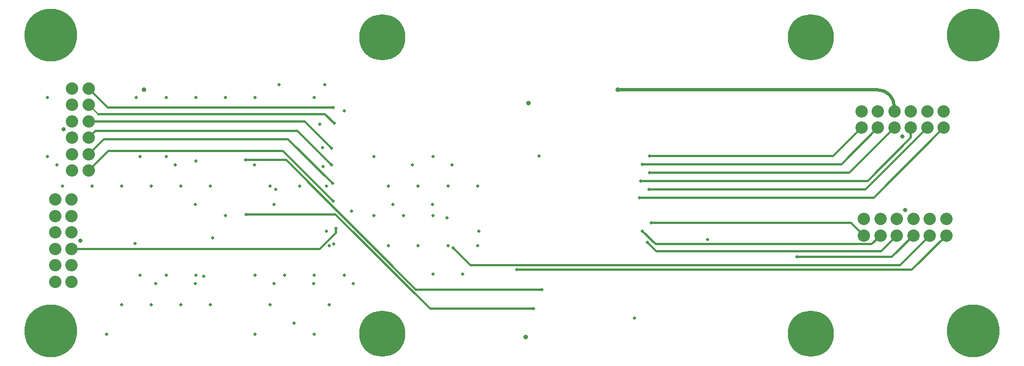
<source format=gbl>
G04*
G04 #@! TF.GenerationSoftware,Altium Limited,Altium Designer,24.0.1 (36)*
G04*
G04 Layer_Physical_Order=4*
G04 Layer_Color=16711680*
%FSLAX44Y44*%
%MOMM*%
G71*
G04*
G04 #@! TF.SameCoordinates,E53704A2-476C-4EC1-AB42-F80F1AB54CDF*
G04*
G04*
G04 #@! TF.FilePolarity,Positive*
G04*
G01*
G75*
%ADD11C,0.2000*%
%ADD12C,0.3000*%
%ADD29C,0.5000*%
%ADD31C,1.8750*%
%ADD32C,0.6750*%
%ADD33C,7.0000*%
%ADD34C,8.0000*%
%ADD35C,0.5000*%
%ADD36C,0.7000*%
%ADD37C,0.2000*%
D11*
X86933Y180223D02*
X87761D01*
X81500Y174790D02*
X86933Y180223D01*
X87761D02*
X88491D01*
X107550Y393770D02*
X121590Y379730D01*
D12*
X604161Y113030D02*
X795020D01*
X407311Y309880D02*
X604161Y113030D01*
X482026Y227330D02*
X625536Y83820D01*
X782320D01*
X346710Y227330D02*
X482026D01*
X458000Y174790D02*
X482600Y199390D01*
X81500Y174790D02*
X458000D01*
X345440Y309880D02*
X407311D01*
X660400Y176500D02*
X687040Y149860D01*
X1338280D01*
X756948Y143348D02*
X1356768D01*
X756920Y143320D02*
X756948Y143348D01*
X482600Y199390D02*
Y205740D01*
X107550Y293770D02*
X137630Y323850D01*
X402590D02*
X478790Y247650D01*
X137630Y323850D02*
X402590D01*
X118110Y354330D02*
X424180D01*
X476250Y302260D01*
X107550Y343770D02*
X118110Y354330D01*
X121590Y379730D02*
X466090D01*
X480060Y365760D01*
X107550Y318770D02*
X130410Y341630D01*
X410210D02*
X477520Y274320D01*
X130410Y341630D02*
X410210D01*
X435140Y368770D02*
X476250Y327660D01*
X107550Y368770D02*
X435140D01*
X136430Y389890D02*
X478790D01*
X107550Y418770D02*
X136430Y389890D01*
X1338280Y149860D02*
X1383700Y195280D01*
X1356768Y143348D02*
X1408700Y195280D01*
X1325980Y162560D02*
X1358700Y195280D01*
X1182370Y162560D02*
X1325980D01*
X968621Y171450D02*
X1309870D01*
X1333700Y195280D01*
X967455Y181865D02*
X1295285D01*
X955496Y184576D02*
X968621Y171450D01*
X947420Y201900D02*
X967455Y181865D01*
X1295285D02*
X1308700Y195280D01*
X1264380Y214600D02*
X1283700Y195280D01*
X961390Y214600D02*
X1264380D01*
X1237250Y316200D02*
X1279890Y358840D01*
X958850Y316200D02*
X1237250D01*
X947420Y303500D02*
X1249550D01*
X1304890Y358840D01*
X958850Y290800D02*
X1261850D01*
X1329890Y358840D01*
X944880Y278100D02*
X1289249D01*
X1354890Y343741D01*
Y358840D01*
X1286450Y265400D02*
X1379890Y358840D01*
X957580Y265400D02*
X1286450D01*
X943610Y252700D02*
X1298750D01*
X1404890Y358840D01*
D29*
X1329890Y391160D02*
G03*
X1304490Y416560I-25400J0D01*
G01*
X910590D02*
X1304490D01*
X1329890Y383840D02*
Y391160D01*
D31*
X82550Y418770D02*
D03*
Y393770D02*
D03*
Y368770D02*
D03*
Y343770D02*
D03*
Y318770D02*
D03*
Y293770D02*
D03*
X107550Y418770D02*
D03*
Y393770D02*
D03*
Y368770D02*
D03*
Y343770D02*
D03*
Y318770D02*
D03*
Y293770D02*
D03*
X1283700Y195280D02*
D03*
X1308700D02*
D03*
X1333700D02*
D03*
X1358700D02*
D03*
X1383700D02*
D03*
X1408700D02*
D03*
X1283700Y220280D02*
D03*
X1308700D02*
D03*
X1333700D02*
D03*
X1358700D02*
D03*
X1383700D02*
D03*
X1408700D02*
D03*
X1404890Y383840D02*
D03*
X1379890D02*
D03*
X1354890D02*
D03*
X1329890D02*
D03*
X1304890D02*
D03*
X1279890D02*
D03*
X1404890Y358840D02*
D03*
X1379890D02*
D03*
X1354890D02*
D03*
X1329890D02*
D03*
X1304890D02*
D03*
X1279890D02*
D03*
X56500Y249790D02*
D03*
Y224790D02*
D03*
Y199790D02*
D03*
Y174790D02*
D03*
Y149790D02*
D03*
Y124790D02*
D03*
X81500Y249790D02*
D03*
Y224790D02*
D03*
Y199790D02*
D03*
Y174790D02*
D03*
Y149790D02*
D03*
Y124790D02*
D03*
D32*
X69150Y356270D02*
D03*
X1346200Y233680D02*
D03*
X1342390Y345440D02*
D03*
X94900Y187290D02*
D03*
D33*
X1203060Y46160D02*
D03*
X553060Y496160D02*
D03*
X1203060D02*
D03*
X553060Y46160D02*
D03*
D34*
X50000Y50000D02*
D03*
X1450000Y500000D02*
D03*
Y50000D02*
D03*
X50000Y500000D02*
D03*
D35*
X659100Y302230D02*
D03*
X599100D02*
D03*
X629100Y242230D02*
D03*
X569100D02*
D03*
X479100Y182230D02*
D03*
X509100Y122230D02*
D03*
X449100D02*
D03*
X419100Y62230D02*
D03*
X359100Y302230D02*
D03*
X389100Y242230D02*
D03*
Y122230D02*
D03*
X239100Y302230D02*
D03*
X269100Y242230D02*
D03*
Y122230D02*
D03*
X209100D02*
D03*
X59100Y302230D02*
D03*
X1046480Y189230D02*
D03*
X935990Y69850D02*
D03*
X795020Y113030D02*
D03*
X630000Y136540D02*
D03*
X675000D02*
D03*
X472500Y90000D02*
D03*
X247500Y270000D02*
D03*
X791210Y316230D02*
D03*
X699770Y201930D02*
D03*
X185340Y135000D02*
D03*
X177800Y182880D02*
D03*
X185340Y315000D02*
D03*
X202500Y270000D02*
D03*
X225000Y315000D02*
D03*
X270510Y308610D02*
D03*
X292500Y270000D02*
D03*
X315000Y225000D02*
D03*
X382500Y270000D02*
D03*
X391160Y265430D02*
D03*
X427500Y270000D02*
D03*
X540000Y315000D02*
D03*
X466090Y424100D02*
D03*
X396240D02*
D03*
X180000Y405000D02*
D03*
X225000D02*
D03*
X697500Y270000D02*
D03*
Y180000D02*
D03*
X630000Y315000D02*
D03*
X652500Y270000D02*
D03*
X630000Y225000D02*
D03*
X652500Y180000D02*
D03*
X607500Y270000D02*
D03*
X585000Y225000D02*
D03*
X607500Y180000D02*
D03*
X562500Y270000D02*
D03*
X540000Y225000D02*
D03*
X562500Y180000D02*
D03*
X495000Y135000D02*
D03*
X450000Y405000D02*
D03*
X472500Y180000D02*
D03*
X450000Y135000D02*
D03*
Y45000D02*
D03*
X405000Y135000D02*
D03*
X360000Y405000D02*
D03*
Y135000D02*
D03*
X382500Y90000D02*
D03*
X360000Y45000D02*
D03*
X315000Y405000D02*
D03*
X270000D02*
D03*
Y135000D02*
D03*
X292500Y90000D02*
D03*
X225000Y135000D02*
D03*
X247500Y90000D02*
D03*
X202500D02*
D03*
X157500Y270000D02*
D03*
Y90000D02*
D03*
X135000Y45000D02*
D03*
X112500Y270000D02*
D03*
X45000Y405000D02*
D03*
Y315000D02*
D03*
X67500Y270000D02*
D03*
X495300Y384810D02*
D03*
X458470Y364490D02*
D03*
X651510Y222250D02*
D03*
X462280Y328930D02*
D03*
X463550Y299720D02*
D03*
X468630Y270510D02*
D03*
X506730Y232410D02*
D03*
X468630Y201930D02*
D03*
X281940Y133350D02*
D03*
X295910Y191770D02*
D03*
X782320Y83820D02*
D03*
X756920Y143320D02*
D03*
X346710Y227330D02*
D03*
X345440Y309880D02*
D03*
X482600Y205740D02*
D03*
X476250Y302260D02*
D03*
Y327660D02*
D03*
X480060Y365760D02*
D03*
X478790Y247650D02*
D03*
X477520Y274320D02*
D03*
X478790Y389890D02*
D03*
X1182370Y162560D02*
D03*
X955496Y184576D02*
D03*
X958850Y316200D02*
D03*
Y290800D02*
D03*
X943610Y252700D02*
D03*
X947420Y303500D02*
D03*
X660400Y176500D02*
D03*
X947420Y201900D02*
D03*
X944880Y278100D02*
D03*
X961390Y214600D02*
D03*
X957580Y265400D02*
D03*
D36*
X770510Y41020D02*
D03*
X774700Y396240D02*
D03*
X191770Y416560D02*
D03*
X910590D02*
D03*
X1203060Y73660D02*
D03*
X1223060Y66160D02*
D03*
X1230560Y46160D02*
D03*
X1223060Y26160D02*
D03*
X1203060Y18660D02*
D03*
X1183060Y26160D02*
D03*
X1175560Y46160D02*
D03*
X1183060Y66160D02*
D03*
X52070Y79570D02*
D03*
X72070Y72070D02*
D03*
X79570Y52070D02*
D03*
X72070Y32070D02*
D03*
X52070Y24570D02*
D03*
X32070Y32070D02*
D03*
X24570Y52070D02*
D03*
X32070Y72070D02*
D03*
X553060Y523660D02*
D03*
X573060Y516160D02*
D03*
X580560Y496160D02*
D03*
X573060Y476160D02*
D03*
X553060Y468660D02*
D03*
X533060Y476160D02*
D03*
X525560Y496160D02*
D03*
X533060Y516160D02*
D03*
X1203060Y523660D02*
D03*
X1223060Y516160D02*
D03*
X1230560Y496160D02*
D03*
X1223060Y476160D02*
D03*
X1203060Y468660D02*
D03*
X1183060Y476160D02*
D03*
X1175560Y496160D02*
D03*
X1183060Y516160D02*
D03*
X553060Y73660D02*
D03*
X573060Y66160D02*
D03*
X580560Y46160D02*
D03*
X573060Y26160D02*
D03*
X553060Y18660D02*
D03*
X533060Y26160D02*
D03*
X525560Y46160D02*
D03*
X533060Y66160D02*
D03*
X1450000Y527500D02*
D03*
X1470000Y520000D02*
D03*
X1477500Y500000D02*
D03*
X1470000Y480000D02*
D03*
X1450000Y472500D02*
D03*
X1430000Y480000D02*
D03*
X1422500Y500000D02*
D03*
X1430000Y520000D02*
D03*
X1450000Y77500D02*
D03*
X1470000Y70000D02*
D03*
X1477500Y50000D02*
D03*
X1470000Y30000D02*
D03*
X1450000Y22500D02*
D03*
X1430000Y30000D02*
D03*
X1422500Y50000D02*
D03*
X1430000Y70000D02*
D03*
X50000Y527500D02*
D03*
X70000Y520000D02*
D03*
X77500Y500000D02*
D03*
X70000Y480000D02*
D03*
X50000Y472500D02*
D03*
X30000Y480000D02*
D03*
X22500Y500000D02*
D03*
X30000Y520000D02*
D03*
D37*
X87761Y180223D02*
D03*
M02*

</source>
